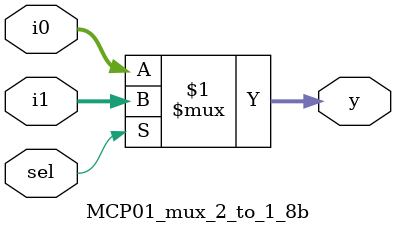
<source format=v>
module MCP01_mux_2_to_1_8b(i0, i1, sel, y);
	input [7:0] i0, i1;
	input sel;
	output [7:0] y;
	
	assign y = sel ? i1 : i0;

endmodule
</source>
